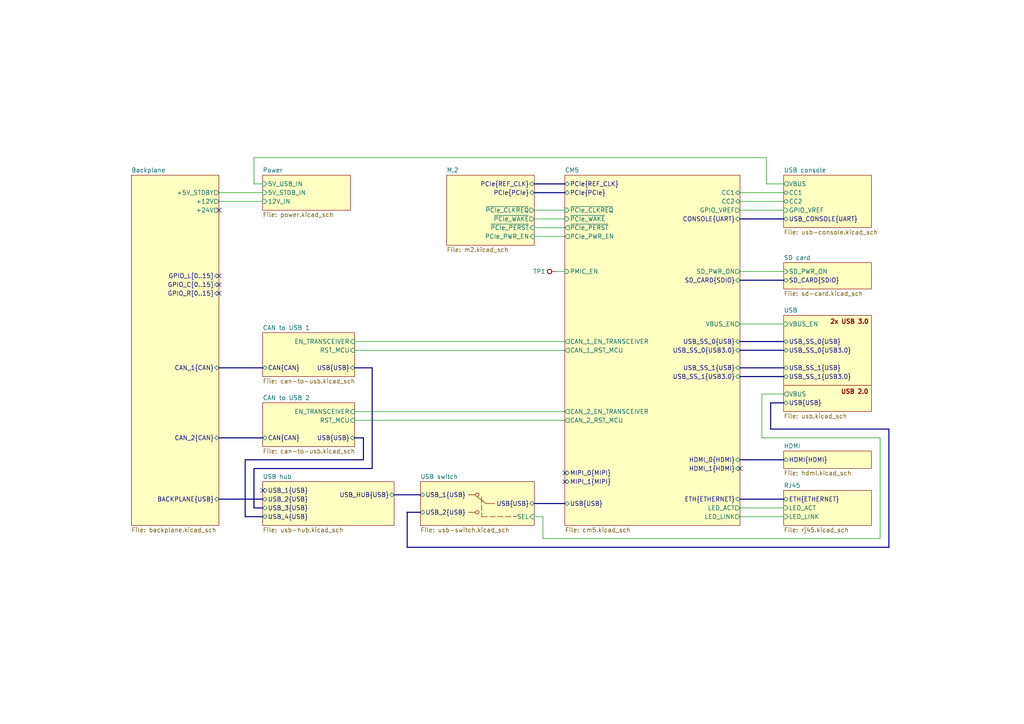
<source format=kicad_sch>
(kicad_sch (version 20250114) (generator "eeschema") (generator_version "9.0")
  (paper "A4")
  (title_block (title "ModuCard CM5 module") (date "2025-10-10") (rev "1.0.0") (company "KoNaR") (comment 1 "Project author: Dominik Pluta"))
  (lib_symbols
    (symbol "DW-test-points:TP_SMD_0.75mm" (pin_numbers (hide yes)) (pin_names (hide yes)) (in_bom no)
      (property "Reference" "TP" (at 3.81 0 0))
      (symbol "TP_SMD_0.75mm_1_1"
        (circle (center 1.905 0) (radius 0.635) (stroke (width 0.254)))
        (pin passive line (at 0 0 0) (length 1.27) (name "1") (number "1"))
      )
    )
  )
  (bus_alias "CAN" (members "+" "-"))
  (circle (center 138.43 148.59) (radius 0.508) (stroke (width 0) (color 132 0 0 1)))
  (circle (center 138.43 143.51) (radius 0.508) (stroke (width 0) (color 132 0 0 1)))
  (text "2x USB 3.0" (at 246.38 93.472 0) (effects (font (size 1.27 1.27) (thickness 0.254) (bold yes))))
  (text "USB 2.0" (at 247.904 113.792 0) (effects (font (size 1.27 1.27) (thickness 0.254) (bold yes))))
  (no_connect (at 63.5 82.55))
  (no_connect (at 63.5 80.01))
  (no_connect (at 63.5 60.96))
  (no_connect (at 163.83 137.16))
  (no_connect (at 214.63 135.89))
  (no_connect (at 163.83 139.7))
  (no_connect (at 76.2 142.24))
  (no_connect (at 63.5 85.09))
  (bus (pts (xy 105.41 127) (xy 105.41 133.35)))
  (bus (pts (xy 214.63 109.22) (xy 227.33 109.22)))
  (wire (pts (xy 102.87 99.06) (xy 163.83 99.06)))
  (wire (pts (xy 154.94 63.5) (xy 163.83 63.5)))
  (bus (pts (xy 214.63 63.5) (xy 227.33 63.5)))
  (wire (pts (xy 154.94 60.96) (xy 163.83 60.96)))
  (wire (pts (xy 214.63 58.42) (xy 227.33 58.42)))
  (wire (pts (xy 222.25 53.34) (xy 227.33 53.34)))
  (wire (pts (xy 227.33 114.3) (xy 220.98 114.3)))
  (bus (pts (xy 71.12 133.35) (xy 71.12 149.86)))
  (wire (pts (xy 255.27 156.21) (xy 157.48 156.21)))
  (wire (pts (xy 154.94 68.58) (xy 163.83 68.58)))
  (wire (pts (xy 214.63 147.32) (xy 227.33 147.32)))
  (bus (pts (xy 107.95 135.89) (xy 107.95 106.68)))
  (bus (pts (xy 118.11 148.59) (xy 118.11 158.75)))
  (bus (pts (xy 154.94 55.88) (xy 163.83 55.88)))
  (bus (pts (xy 105.41 133.35) (xy 71.12 133.35)))
  (wire (pts (xy 214.63 55.88) (xy 227.33 55.88)))
  (bus (pts (xy 73.66 135.89) (xy 73.66 147.32)))
  (polyline (pts (xy 137.795 143.51) (xy 135.89 143.51)) (stroke (width 0) (type solid) (color 132 0 0 1)))
  (wire (pts (xy 220.98 114.3) (xy 220.98 127)))
  (wire (pts (xy 63.5 55.88) (xy 76.2 55.88)))
  (wire (pts (xy 102.87 119.38) (xy 163.83 119.38)))
  (polyline (pts (xy 137.795 148.59) (xy 135.89 148.59)) (stroke (width 0) (type solid) (color 132 0 0 1)))
  (bus (pts (xy 257.81 124.46) (xy 223.52 124.46)))
  (polyline (pts (xy 140.97 146.05) (xy 143.51 146.05)) (stroke (width 0) (type solid) (color 132 0 0 1)))
  (bus (pts (xy 63.5 106.68) (xy 76.2 106.68)))
  (bus (pts (xy 114.3 143.51) (xy 121.92 143.51)))
  (polyline (pts (xy 139.7 149.86) (xy 149.86 149.86)) (stroke (width 0) (type dash) (color 132 0 0 1)))
  (bus (pts (xy 102.87 127) (xy 105.41 127)))
  (bus (pts (xy 223.52 124.46) (xy 223.52 116.84)))
  (bus (pts (xy 223.52 116.84) (xy 227.33 116.84)))
  (bus (pts (xy 214.63 106.68) (xy 227.33 106.68)))
  (polyline (pts (xy 252.73 111.76) (xy 227.33 111.76)) (stroke (width 0) (type solid) (color 132 0 0 1)))
  (wire (pts (xy 214.63 78.74) (xy 227.33 78.74)))
  (bus (pts (xy 107.95 106.68) (xy 102.87 106.68)))
  (wire (pts (xy 154.94 66.04) (xy 163.83 66.04)))
  (wire (pts (xy 63.5 58.42) (xy 76.2 58.42)))
  (wire (pts (xy 214.63 93.98) (xy 227.33 93.98)))
  (bus (pts (xy 118.11 158.75) (xy 257.81 158.75)))
  (wire (pts (xy 157.48 149.86) (xy 157.48 156.21)))
  (wire (pts (xy 222.25 45.72) (xy 222.25 53.34)))
  (polyline (pts (xy 140.97 146.05) (xy 138.43 144.145)) (stroke (width 0) (type solid) (color 132 0 0 1)))
  (bus (pts (xy 76.2 149.86) (xy 71.12 149.86)))
  (wire (pts (xy 73.66 53.34) (xy 76.2 53.34)))
  (wire (pts (xy 73.66 45.72) (xy 73.66 53.34)))
  (wire (pts (xy 161.29 78.74) (xy 163.83 78.74)))
  (bus (pts (xy 214.63 99.06) (xy 227.33 99.06)))
  (bus (pts (xy 214.63 81.28) (xy 227.33 81.28)))
  (bus (pts (xy 121.92 148.59) (xy 118.11 148.59)))
  (bus (pts (xy 154.94 146.05) (xy 163.83 146.05)))
  (bus (pts (xy 214.63 101.6) (xy 227.33 101.6)))
  (bus (pts (xy 257.81 158.75) (xy 257.81 124.46)))
  (bus (pts (xy 214.63 133.35) (xy 227.33 133.35)))
  (bus (pts (xy 63.5 144.78) (xy 76.2 144.78)))
  (wire (pts (xy 222.25 45.72) (xy 73.66 45.72)))
  (wire (pts (xy 102.87 121.92) (xy 163.83 121.92)))
  (wire (pts (xy 154.94 149.86) (xy 157.48 149.86)))
  (bus (pts (xy 73.66 147.32) (xy 76.2 147.32)))
  (wire (pts (xy 255.27 127) (xy 255.27 156.21)))
  (wire (pts (xy 214.63 60.96) (xy 227.33 60.96)))
  (bus (pts (xy 63.5 127) (xy 76.2 127)))
  (bus (pts (xy 73.66 135.89) (xy 107.95 135.89)))
  (bus (pts (xy 154.94 53.34) (xy 163.83 53.34)))
  (wire (pts (xy 220.98 127) (xy 255.27 127)))
  (polyline (pts (xy 139.7 144.145) (xy 139.7 149.86)) (stroke (width 0) (type dash) (color 132 0 0 1)))
  (wire (pts (xy 102.87 101.6) (xy 163.83 101.6)))
  (wire (pts (xy 214.63 149.86) (xy 227.33 149.86)))
  (bus (pts (xy 214.63 144.78) (xy 227.33 144.78)))
  (symbol (lib_id "DW-test-points:TP_SMD_0.75mm") (at 161.29 78.74 0) (mirror y) (unit 1) (in_bom no)
    (property "Reference" "TP1" (at 158.242 78.74 0) (effects (justify left)))
    (property "Value" "TP_SMD_0.75mm" (effects (hide yes)))
    (property "Footprint" "DW-footprints:TP_SMD_0.75mm" (effects (hide yes)))
    (property "Description" "Test point, SMD, round, 0.75mm diameter" (effects (hide yes)))
  )
  (sheet (at 227.33 50.8) (size 25.4 15.24) (stroke (width 0.1524)) (fill (color 255 255 194 1.0000))
    (property "Sheetname" "USB console" (at 227.33 50.0884 0) (effects (justify left bottom)))
    (property "Sheetfile" "usb-console.kicad_sch" (at 227.33 66.6246 0) (effects (justify left top)))
    (pin "USB_CONSOLE{UART}" bidirectional (at 227.33 63.5 180))
    (pin "CC1" bidirectional (at 227.33 55.88 180))
    (pin "CC2" bidirectional (at 227.33 58.42 180))
    (pin "VBUS" output (at 227.33 53.34 180))
    (pin "GPIO_VREF" input (at 227.33 60.96 180))
  )
  (sheet (at 129.54 50.8) (size 25.4 20.32) (stroke (width 0.1524)) (fill (color 255 255 194 1.0000))
    (property "Sheetname" "M.2" (at 129.54 50.0884 0) (effects (justify left bottom)))
    (property "Sheetfile" "m2.kicad_sch" (at 129.54 71.7046 0) (effects (justify left top)))
    (pin "~{PCIe_CLKREQ}" output (at 154.94 60.96 0))
    (pin "~{PCIe_PERST}" input (at 154.94 66.04 0))
    (pin "~{PCIe_WAKE}" output (at 154.94 63.5 0))
    (pin "PCIe{PCIe}" bidirectional (at 154.94 55.88 0))
    (pin "PCIe{REF_CLK}" bidirectional (at 154.94 53.34 0))
    (pin "PCIe_PWR_EN" input (at 154.94 68.58 0))
  )
  (sheet (at 76.2 50.8) (size 25.4 10.16) (stroke (width 0.1524)) (fill (color 255 255 194 1.0000))
    (property "Sheetname" "Power" (at 76.2 50.0884 0) (effects (justify left bottom)))
    (property "Sheetfile" "power.kicad_sch" (at 76.2 61.5446 0) (effects (justify left top)))
    (pin "12V_IN" input (at 76.2 58.42 180))
    (pin "5V_USB_IN" input (at 76.2 53.34 180))
    (pin "5V_STDB_IN" input (at 76.2 55.88 180))
  )
  (sheet (at 76.2 96.52) (size 26.67 12.7) (stroke (width 0.1524)) (fill (color 255 255 194 1.0000))
    (property "Sheetname" "CAN to USB 1" (at 76.2 95.8084 0) (effects (justify left bottom)))
    (property "Sheetfile" "can-to-usb.kicad_sch" (at 76.2 109.8046 0) (effects (justify left top)))
    (pin "CAN{CAN}" bidirectional (at 76.2 106.68 180))
    (pin "USB{USB}" bidirectional (at 102.87 106.68 0))
    (pin "EN_TRANSCEIVER" input (at 102.87 99.06 0))
    (pin "RST_MCU" input (at 102.87 101.6 0))
  )
  (sheet (at 76.2 139.7) (size 38.1 12.7) (stroke (width 0.1524)) (fill (color 255 255 194 1.0000))
    (property "Sheetname" "USB hub" (at 76.2 138.9884 0) (effects (justify left bottom)))
    (property "Sheetfile" "usb-hub.kicad_sch" (at 76.2 152.9846 0) (effects (justify left top)))
    (pin "USB_1{USB}" bidirectional (at 76.2 142.24 180))
    (pin "USB_2{USB}" bidirectional (at 76.2 144.78 180))
    (pin "USB_3{USB}" bidirectional (at 76.2 147.32 180))
    (pin "USB_4{USB}" bidirectional (at 76.2 149.86 180))
    (pin "USB_HUB{USB}" bidirectional (at 114.3 143.51 0))
  )
  (sheet (at 227.33 91.44) (size 25.4 27.94) (stroke (width 0.1524)) (fill (color 255 255 194 1.0000))
    (property "Sheetname" "USB" (at 227.33 90.7284 0) (effects (justify left bottom)))
    (property "Sheetfile" "usb.kicad_sch" (at 227.33 119.9646 0) (effects (justify left top)))
    (pin "USB_SS_0{USB3.0}" bidirectional (at 227.33 101.6 180))
    (pin "USB_SS_0{USB}" bidirectional (at 227.33 99.06 180))
    (pin "USB_SS_1{USB3.0}" bidirectional (at 227.33 109.22 180))
    (pin "USB_SS_1{USB}" bidirectional (at 227.33 106.68 180))
    (pin "VBUS_EN" input (at 227.33 93.98 180))
    (pin "VBUS" output (at 227.33 114.3 180))
    (pin "USB{USB}" bidirectional (at 227.33 116.84 180))
  )
  (sheet (at 121.92 139.7) (size 33.02 12.7) (stroke (width 0.1524)) (fill (color 255 255 194 1.0000))
    (property "Sheetname" "USB switch" (at 121.92 138.9884 0) (effects (justify left bottom)))
    (property "Sheetfile" "usb-switch.kicad_sch" (at 121.92 152.9846 0) (effects (justify left top)))
    (pin "USB{USB}" bidirectional (at 154.94 146.05 0))
    (pin "SEL" input (at 154.94 149.86 0))
    (pin "USB_1{USB}" bidirectional (at 121.92 143.51 180))
    (pin "USB_2{USB}" bidirectional (at 121.92 148.59 180))
  )
  (sheet (at 227.33 130.81) (size 25.4 5.08) (stroke (width 0.1524)) (fill (color 255 255 194 1.0000))
    (property "Sheetname" "HDMI" (at 227.33 130.0984 0) (effects (justify left bottom)))
    (property "Sheetfile" "hdmi.kicad_sch" (at 227.33 136.4746 0) (effects (justify left top)))
    (pin "HDMI{HDMI}" bidirectional (at 227.33 133.35 180))
  )
  (sheet (at 227.33 142.24) (size 25.4 10.16) (stroke (width 0.1524)) (fill (color 255 255 194 1.0000))
    (property "Sheetname" "RJ45" (at 227.33 141.5284 0) (effects (justify left bottom)))
    (property "Sheetfile" "rj45.kicad_sch" (at 227.33 152.9846 0) (effects (justify left top)))
    (pin "ETH{ETHERNET}" bidirectional (at 227.33 144.78 180))
    (pin "LED_ACT" input (at 227.33 147.32 180))
    (pin "LED_LINK" input (at 227.33 149.86 180))
  )
  (sheet (at 227.33 76.2) (size 25.4 7.62) (stroke (width 0.1524)) (fill (color 255 255 194 1.0000))
    (property "Sheetname" "SD card" (at 227.33 75.4884 0) (effects (justify left bottom)))
    (property "Sheetfile" "sd-card.kicad_sch" (at 227.33 84.4046 0) (effects (justify left top)))
    (pin "SD_PWR_ON" input (at 227.33 78.74 180))
    (pin "SD_CARD{SDIO}" bidirectional (at 227.33 81.28 180))
  )
  (sheet (at 163.83 50.8) (size 50.8 101.6) (stroke (width 0.1524)) (fill (color 255 255 194 1.0000))
    (property "Sheetname" "CM5" (at 163.83 50.0884 0) (effects (justify left bottom)))
    (property "Sheetfile" "cm5.kicad_sch" (at 163.83 152.9846 0) (effects (justify left top)))
    (pin "USB{USB}" bidirectional (at 163.83 146.05 180))
    (pin "ETH{ETHERNET}" bidirectional (at 214.63 144.78 0))
    (pin "USB_SS_0{USB}" bidirectional (at 214.63 99.06 0))
    (pin "USB_SS_0{USB3.0}" bidirectional (at 214.63 101.6 0))
    (pin "USB_SS_1{USB}" bidirectional (at 214.63 106.68 0))
    (pin "USB_SS_1{USB3.0}" bidirectional (at 214.63 109.22 0))
    (pin "VBUS_EN" output (at 214.63 93.98 0))
    (pin "HDMI_1{HDMI}" bidirectional (at 214.63 135.89 0))
    (pin "HDMI_0{HDMI}" bidirectional (at 214.63 133.35 0))
    (pin "MIPI_0{MIPI}" bidirectional (at 163.83 137.16 180))
    (pin "MIPI_1{MIPI}" bidirectional (at 163.83 139.7 180))
    (pin "PCIe{PCIe}" bidirectional (at 163.83 55.88 180))
    (pin "PCIe{REF_CLK}" bidirectional (at 163.83 53.34 180))
    (pin "~{PCIe_CLKREQ}" input (at 163.83 60.96 180))
    (pin "~{PCIe_PERST}" output (at 163.83 66.04 180))
    (pin "~{PCIe_WAKE}" input (at 163.83 63.5 180))
    (pin "CONSOLE{UART}" bidirectional (at 214.63 63.5 0))
    (pin "GPIO_VREF" output (at 214.63 60.96 0))
    (pin "SD_PWR_ON" output (at 214.63 78.74 0))
    (pin "PCIe_PWR_EN" output (at 163.83 68.58 180))
    (pin "CC1" bidirectional (at 214.63 55.88 0))
    (pin "CC2" bidirectional (at 214.63 58.42 0))
    (pin "PMIC_EN" input (at 163.83 78.74 180))
    (pin "CAN_1_EN_TRANSCEIVER" output (at 163.83 99.06 180))
    (pin "CAN_1_RST_MCU" output (at 163.83 101.6 180))
    (pin "CAN_2_EN_TRANSCEIVER" output (at 163.83 119.38 180))
    (pin "CAN_2_RST_MCU" output (at 163.83 121.92 180))
    (pin "SD_CARD{SDIO}" bidirectional (at 214.63 81.28 0))
    (pin "LED_ACT" output (at 214.63 147.32 0))
    (pin "LED_LINK" output (at 214.63 149.86 0))
  )
  (sheet (at 76.2 116.84) (size 26.67 12.7) (stroke (width 0.1524)) (fill (color 255 255 194 1.0000))
    (property "Sheetname" "CAN to USB 2" (at 76.2 116.1284 0) (effects (justify left bottom)))
    (property "Sheetfile" "can-to-usb.kicad_sch" (at 76.2 130.1246 0) (effects (justify left top)))
    (pin "CAN{CAN}" bidirectional (at 76.2 127 180))
    (pin "USB{USB}" bidirectional (at 102.87 127 0))
    (pin "EN_TRANSCEIVER" input (at 102.87 119.38 0))
    (pin "RST_MCU" input (at 102.87 121.92 0))
  )
  (sheet (at 38.1 50.8) (size 25.4 101.6) (stroke (width 0.1524)) (fill (color 255 255 194 1.0000))
    (property "Sheetname" "Backplane" (at 38.1 50.0884 0) (effects (justify left bottom)))
    (property "Sheetfile" "backplane.kicad_sch" (at 38.1 152.9846 0) (effects (justify left top)))
    (pin "CAN_1{CAN}" bidirectional (at 63.5 106.68 0))
    (pin "CAN_2{CAN}" bidirectional (at 63.5 127 0))
    (pin "BACKPLANE{USB}" bidirectional (at 63.5 144.78 0))
    (pin "GPIO_C[0..15]" bidirectional (at 63.5 82.55 0))
    (pin "GPIO_L[0..15]" bidirectional (at 63.5 80.01 0))
    (pin "GPIO_R[0..15]" bidirectional (at 63.5 85.09 0))
    (pin "+5V_STDBY" output (at 63.5 55.88 0))
    (pin "+12V" output (at 63.5 58.42 0))
    (pin "+24V" output (at 63.5 60.96 0))
  )
)
</source>
